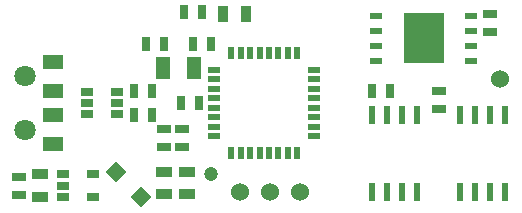
<source format=gbr>
%TF.GenerationSoftware,KiCad,Pcbnew,6.0.0*%
%TF.CreationDate,2023-02-11T22:57:17+01:00*%
%TF.ProjectId,cowstick-ums,636f7773-7469-4636-9b2d-756d732e6b69,1*%
%TF.SameCoordinates,Original*%
%TF.FileFunction,Soldermask,Top*%
%TF.FilePolarity,Negative*%
%FSLAX46Y46*%
G04 Gerber Fmt 4.6, Leading zero omitted, Abs format (unit mm)*
G04 Created by KiCad (PCBNEW 6.0.0) date 2023-02-11 22:57:17*
%MOMM*%
%LPD*%
G01*
G04 APERTURE LIST*
G04 Aperture macros list*
%AMRotRect*
0 Rectangle, with rotation*
0 The origin of the aperture is its center*
0 $1 length*
0 $2 width*
0 $3 Rotation angle, in degrees counterclockwise*
0 Add horizontal line*
21,1,$1,$2,0,0,$3*%
G04 Aperture macros list end*
%ADD10C,1.524000*%
%ADD11R,1.397000X0.889000*%
%ADD12R,1.143000X0.635000*%
%ADD13R,0.889000X1.397000*%
%ADD14R,1.000760X0.701040*%
%ADD15RotRect,1.300000X1.300000X45.000000*%
%ADD16R,0.635000X1.143000*%
%ADD17R,1.000000X0.500000*%
%ADD18R,3.400000X4.300000*%
%ADD19R,0.550000X1.600000*%
%ADD20R,0.500000X1.000000*%
%ADD21C,1.800000*%
%ADD22R,1.700000X1.300000*%
%ADD23R,1.300000X1.900000*%
%ADD24C,1.198880*%
G04 APERTURE END LIST*
D10*
%TO.C,TP9*%
X168500000Y-103000000D03*
%TD*%
D11*
%TO.C,C1*%
X129500000Y-111047500D03*
X129500000Y-112952500D03*
%TD*%
D12*
%TO.C,C10*%
X163300000Y-105512000D03*
X163300000Y-103988000D03*
%TD*%
D13*
%TO.C,D2*%
X145047500Y-97500000D03*
X146952500Y-97500000D03*
%TD*%
D14*
%TO.C,U2*%
X131480000Y-111047500D03*
X131480000Y-112000000D03*
X131480000Y-112952500D03*
X134020000Y-112952500D03*
X134020000Y-111047500D03*
%TD*%
D15*
%TO.C,L1*%
X135940000Y-110840000D03*
X138060000Y-112960000D03*
%TD*%
D16*
%TO.C,R2*%
X137488000Y-106000000D03*
X139012000Y-106000000D03*
%TD*%
%TO.C,C9*%
X157588000Y-104000000D03*
X159112000Y-104000000D03*
%TD*%
D14*
%TO.C,D1*%
X133480000Y-104047500D03*
X133480000Y-105000000D03*
X133480000Y-105952500D03*
X136020000Y-105952500D03*
X136020000Y-105000000D03*
X136020000Y-104047500D03*
%TD*%
D10*
%TO.C,TP8*%
X151540000Y-112500000D03*
%TD*%
D12*
%TO.C,C11*%
X167580000Y-97478000D03*
X167580000Y-99002000D03*
%TD*%
D11*
%TO.C,C4*%
X142000000Y-112702500D03*
X142000000Y-110797500D03*
%TD*%
D12*
%TO.C,R1*%
X140000000Y-108762000D03*
X140000000Y-107238000D03*
%TD*%
D17*
%TO.C,U5*%
X158000000Y-97595000D03*
X158000000Y-98865000D03*
X158000000Y-100135000D03*
X158000000Y-101405000D03*
X166000000Y-101405000D03*
X166000000Y-100135000D03*
X166000000Y-98865000D03*
X166000000Y-97595000D03*
D18*
X162000000Y-99500000D03*
%TD*%
D19*
%TO.C,U3*%
X157595000Y-112500000D03*
X158865000Y-112500000D03*
X160135000Y-112500000D03*
X161405000Y-112500000D03*
X161405000Y-106000000D03*
X160135000Y-106000000D03*
X158865000Y-106000000D03*
X157595000Y-106000000D03*
%TD*%
D17*
%TO.C,U1*%
X144250000Y-102200000D03*
X144250000Y-103000000D03*
X144250000Y-103800000D03*
X144250000Y-104600000D03*
X144250000Y-105400000D03*
X144250000Y-106200000D03*
X144250000Y-107000000D03*
X144250000Y-107800000D03*
D20*
X145700000Y-109250000D03*
X146500000Y-109250000D03*
X147300000Y-109250000D03*
X148100000Y-109250000D03*
X148900000Y-109250000D03*
X149700000Y-109250000D03*
X150500000Y-109250000D03*
X151300000Y-109250000D03*
D17*
X152750000Y-107800000D03*
X152750000Y-107000000D03*
X152750000Y-106200000D03*
X152750000Y-105400000D03*
X152750000Y-104600000D03*
X152750000Y-103800000D03*
X152750000Y-103000000D03*
X152750000Y-102200000D03*
D20*
X151300000Y-100750000D03*
X150500000Y-100750000D03*
X149700000Y-100750000D03*
X148900000Y-100750000D03*
X148100000Y-100750000D03*
X147300000Y-100750000D03*
X146500000Y-100750000D03*
X145700000Y-100750000D03*
%TD*%
D12*
%TO.C,C2*%
X127750000Y-111238000D03*
X127750000Y-112762000D03*
%TD*%
D16*
%TO.C,R4*%
X143262000Y-97250000D03*
X141738000Y-97250000D03*
%TD*%
D10*
%TO.C,TP6*%
X146460000Y-112500000D03*
%TD*%
D16*
%TO.C,C8*%
X142488000Y-100000000D03*
X144012000Y-100000000D03*
%TD*%
D21*
%TO.C,J1*%
X128250000Y-102750000D03*
X128250000Y-107250000D03*
D22*
X130600000Y-108500000D03*
X130600000Y-106000000D03*
X130600000Y-104000000D03*
X130600000Y-101500000D03*
%TD*%
D11*
%TO.C,C3*%
X140000000Y-112702500D03*
X140000000Y-110797500D03*
%TD*%
D19*
%TO.C,U4*%
X165095000Y-112500000D03*
X166365000Y-112500000D03*
X167635000Y-112500000D03*
X168905000Y-112500000D03*
X168905000Y-106000000D03*
X167635000Y-106000000D03*
X166365000Y-106000000D03*
X165095000Y-106000000D03*
%TD*%
D23*
%TO.C,X1*%
X139950000Y-102000000D03*
X142550000Y-102000000D03*
%TD*%
D24*
%TO.C,TP1*%
X144000000Y-111000000D03*
%TD*%
D12*
%TO.C,C6*%
X141500000Y-107238000D03*
X141500000Y-108762000D03*
%TD*%
D16*
%TO.C,C5*%
X143012000Y-105000000D03*
X141488000Y-105000000D03*
%TD*%
%TO.C,C7*%
X140012000Y-100000000D03*
X138488000Y-100000000D03*
%TD*%
D10*
%TO.C,TP7*%
X149000000Y-112500000D03*
%TD*%
D16*
%TO.C,R3*%
X137488000Y-104000000D03*
X139012000Y-104000000D03*
%TD*%
M02*

</source>
